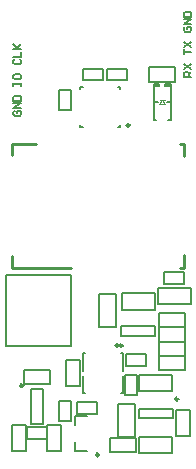
<source format=gto>
G04*
G04 #@! TF.GenerationSoftware,Altium Limited,Altium Designer,21.0.9 (235)*
G04*
G04 Layer_Color=65535*
%FSLAX24Y24*%
%MOIN*%
G70*
G04*
G04 #@! TF.SameCoordinates,2108956C-AFA9-499C-9B58-46B140F6933B*
G04*
G04*
G04 #@! TF.FilePolarity,Positive*
G04*
G01*
G75*
%ADD10C,0.0098*%
%ADD11C,0.0079*%
%ADD12C,0.0039*%
%ADD13C,0.0059*%
%ADD14C,0.0080*%
%ADD15C,0.0100*%
%ADD16C,0.0050*%
D10*
X974Y13701D02*
G03*
X974Y13701I-49J0D01*
G01*
X610Y6368D02*
G03*
X610Y6368I-49J0D01*
G01*
X2598Y4577D02*
G03*
X2598Y4577I-49J0D01*
G01*
X738Y6358D02*
G03*
X738Y6358I-49J0D01*
G01*
X-2579Y5030D02*
G03*
X-2579Y5030I-49J0D01*
G01*
X-49Y2717D02*
G03*
X-49Y2717I-49J0D01*
G01*
D11*
X669Y13642D02*
Y13720D01*
X591Y13642D02*
X669D01*
X-669D02*
X-591D01*
X-669D02*
Y13720D01*
Y14902D02*
Y14980D01*
X-591D01*
X669Y14902D02*
Y14980D01*
X591D02*
X669D01*
X1634Y15157D02*
Y15630D01*
Y15157D02*
X2500D01*
Y15630D01*
X1634D02*
X2500D01*
X1969Y5551D02*
Y6024D01*
Y5551D02*
X2835D01*
Y6024D01*
X1969D02*
X2835D01*
Y6024D02*
Y6496D01*
X1969D02*
X2835D01*
X1969Y6024D02*
Y6496D01*
Y6024D02*
X2835D01*
X-1772Y2835D02*
X-1299D01*
Y3701D01*
X-1772D02*
X-1299D01*
X-1772Y2835D02*
Y3701D01*
X2519Y3356D02*
X2992D01*
Y4222D01*
X2519D02*
X2992D01*
X2519Y3356D02*
Y4222D01*
X591Y4409D02*
X1142D01*
Y3307D02*
Y4409D01*
X591Y3307D02*
X1142D01*
X591D02*
Y4409D01*
X-1142Y5866D02*
X-669D01*
X-1142Y5000D02*
Y5866D01*
Y5000D02*
X-669D01*
Y5866D01*
X689Y6693D02*
Y7008D01*
X1831Y6693D02*
Y7008D01*
X689Y6693D02*
X1831D01*
X689Y7008D02*
X1831D01*
X709Y7559D02*
Y8110D01*
X1811D01*
Y7559D02*
Y8110D01*
X709Y7559D02*
X1811D01*
X846Y5669D02*
X1516D01*
X846D02*
Y6063D01*
X1516D01*
Y5669D02*
Y6063D01*
X2421Y3937D02*
Y4252D01*
X1280Y3937D02*
Y4252D01*
X2421D01*
X1280Y3937D02*
X2421D01*
X-591Y5522D02*
Y6102D01*
X-522D01*
X-591Y4764D02*
Y5344D01*
Y4764D02*
X-522D01*
X679D02*
X748D01*
Y5344D01*
Y5522D02*
Y6102D01*
X679D02*
X748D01*
X-2323Y4921D02*
X-1929D01*
X-2323Y3740D02*
X-1929D01*
X-2323D02*
Y4921D01*
X-1929Y3740D02*
Y4921D01*
X-768Y4094D02*
X-98D01*
X-768D02*
Y4488D01*
X-98D01*
Y4094D02*
Y4488D01*
X-984Y3839D02*
Y4508D01*
X-1378Y3839D02*
X-984D01*
X-1378D02*
Y4508D01*
X-984D01*
X1299Y4843D02*
Y5394D01*
X2402D01*
Y4843D02*
Y5394D01*
X1299Y4843D02*
X2402D01*
X1299Y2776D02*
Y3327D01*
X2402D01*
Y2776D02*
Y3327D01*
X1299Y2776D02*
X2402D01*
X-2461Y3248D02*
X-1791D01*
X-2461D02*
Y3642D01*
X-1791D01*
Y3248D02*
Y3642D01*
X1969Y6969D02*
Y7441D01*
Y6969D02*
X2835D01*
Y7441D01*
X1969D02*
X2835D01*
X827Y4705D02*
Y5374D01*
X1220D01*
Y4705D02*
Y5374D01*
X827Y4705D02*
X1220D01*
X-2953Y2835D02*
X-2480D01*
Y3701D01*
X-2953D02*
X-2480D01*
X-2953Y2835D02*
Y3701D01*
X-2559Y5079D02*
Y5551D01*
Y5079D02*
X-1693D01*
Y5551D01*
X-2559D02*
X-1693D01*
X-1378Y14213D02*
Y14882D01*
X-984D01*
Y14213D02*
Y14882D01*
X-1378Y14213D02*
X-984D01*
X217Y15197D02*
X886D01*
X217D02*
Y15591D01*
X886D01*
Y15197D02*
Y15591D01*
X-571D02*
X98D01*
Y15197D02*
Y15591D01*
X-571Y15197D02*
X98D01*
X-571D02*
Y15591D01*
X2126Y8799D02*
X2795D01*
Y8406D02*
Y8799D01*
X2126Y8406D02*
X2795D01*
X2126D02*
Y8799D01*
X1909Y7736D02*
Y8287D01*
X3012D01*
Y7736D02*
Y8287D01*
X1909Y7736D02*
X3012D01*
X-846Y2835D02*
X-453D01*
X-846D02*
Y3150D01*
Y4016D02*
X-453D01*
X-846Y3701D02*
Y4016D01*
X1201Y2815D02*
Y3287D01*
X335D02*
X1201D01*
X335Y2815D02*
Y3287D01*
Y2815D02*
X1201D01*
X2835Y6496D02*
Y6969D01*
X1969D02*
X2835D01*
X1969Y6496D02*
Y6969D01*
Y6496D02*
X2835D01*
X-39Y8071D02*
X512D01*
Y6969D02*
Y8071D01*
X-39Y6969D02*
X512D01*
X-39D02*
Y8071D01*
D12*
X2067Y14537D02*
X2165Y14400D01*
X2067D02*
X2165D01*
X2067Y14537D02*
X2156D01*
X1978D02*
X2067D01*
X1969Y14400D02*
X2067D01*
X1969D02*
X2067Y14537D01*
D13*
X1791Y14468D02*
X1929D01*
X2205D02*
X2343D01*
X1967Y15019D02*
Y15069D01*
X1791D02*
X1967D01*
X1791Y15019D02*
Y15069D01*
X2167Y15019D02*
Y15069D01*
X2343D01*
Y15019D02*
Y15069D01*
X1791Y13868D02*
X1867D01*
X1791D02*
Y15059D01*
Y15019D02*
X1967D01*
X2167D02*
X2343D01*
Y13868D02*
Y15059D01*
X2267Y13868D02*
X2343D01*
D14*
X-3150Y6437D02*
Y8701D01*
X-984D01*
Y6339D02*
Y8701D01*
X-3150Y6339D02*
X-984D01*
X-3150D02*
Y6437D01*
D15*
X2776Y12677D02*
Y13091D01*
X-2933Y12697D02*
Y13091D01*
X-2146D01*
X2638D02*
X2776D01*
X2638Y8957D02*
X2776D01*
Y9370D01*
X-2933Y8957D02*
X-965D01*
X-2933D02*
Y9350D01*
D16*
X-2857Y14193D02*
X-2898Y14151D01*
Y14068D01*
X-2857Y14026D01*
X-2690D01*
X-2648Y14068D01*
Y14151D01*
X-2690Y14193D01*
X-2773D01*
Y14110D01*
X-2648Y14276D02*
X-2898D01*
X-2648Y14443D01*
X-2898D01*
Y14526D02*
X-2648D01*
Y14651D01*
X-2690Y14693D01*
X-2857D01*
X-2898Y14651D01*
Y14526D01*
Y15026D02*
Y15109D01*
Y15068D01*
X-2648D01*
Y15026D01*
Y15109D01*
X-2898Y15359D02*
Y15276D01*
X-2857Y15234D01*
X-2690D01*
X-2648Y15276D01*
Y15359D01*
X-2690Y15401D01*
X-2857D01*
X-2898Y15359D01*
X-2857Y15901D02*
X-2898Y15859D01*
Y15776D01*
X-2857Y15734D01*
X-2690D01*
X-2648Y15776D01*
Y15859D01*
X-2690Y15901D01*
X-2898Y15984D02*
X-2648D01*
Y16151D01*
X-2898Y16234D02*
X-2648D01*
X-2732D01*
X-2898Y16401D01*
X-2773Y16276D01*
X-2648Y16401D01*
X3021Y15326D02*
X2771D01*
Y15451D01*
X2813Y15492D01*
X2896D01*
X2938Y15451D01*
Y15326D01*
Y15409D02*
X3021Y15492D01*
X2771Y15576D02*
X3021Y15742D01*
X2771D02*
X3021Y15576D01*
X2771Y16075D02*
Y16242D01*
Y16159D01*
X3021D01*
X2771Y16325D02*
X3021Y16492D01*
X2771D02*
X3021Y16325D01*
X2813Y16992D02*
X2771Y16950D01*
Y16867D01*
X2813Y16825D01*
X2979D01*
X3021Y16867D01*
Y16950D01*
X2979Y16992D01*
X2896D01*
Y16908D01*
X3021Y17075D02*
X2771D01*
X3021Y17242D01*
X2771D01*
Y17325D02*
X3021D01*
Y17450D01*
X2979Y17492D01*
X2813D01*
X2771Y17450D01*
Y17325D01*
M02*

</source>
